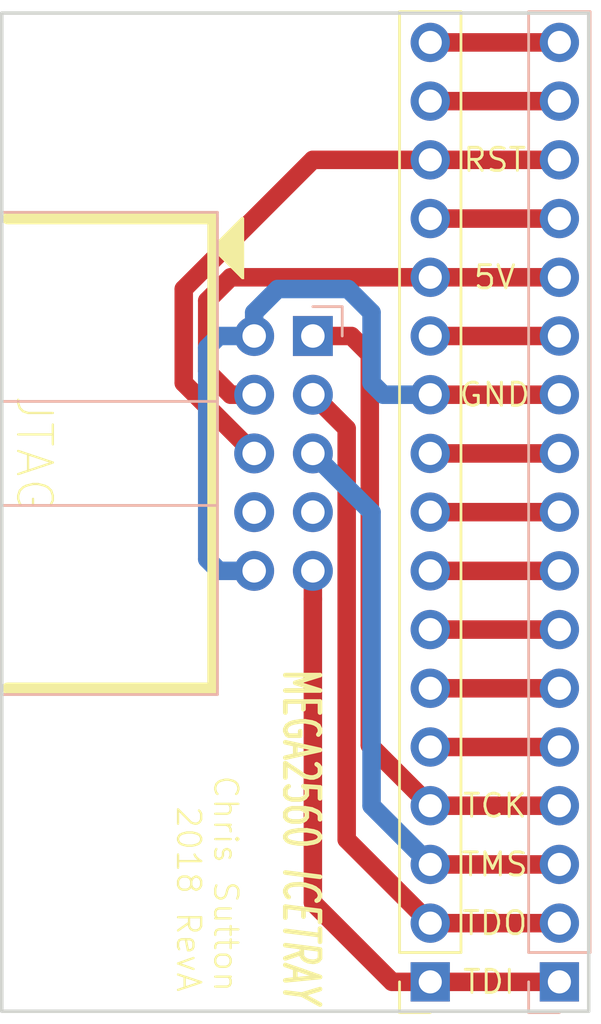
<source format=kicad_pcb>
(kicad_pcb (version 20171130) (host pcbnew "(5.0.0)")

  (general
    (thickness 1.6)
    (drawings 19)
    (tracks 53)
    (zones 0)
    (modules 5)
    (nets 17)
  )

  (page A4)
  (layers
    (0 F.Cu signal)
    (31 B.Cu signal)
    (32 B.Adhes user)
    (33 F.Adhes user)
    (34 B.Paste user)
    (35 F.Paste user)
    (36 B.SilkS user)
    (37 F.SilkS user)
    (38 B.Mask user)
    (39 F.Mask user)
    (40 Dwgs.User user)
    (41 Cmts.User user)
    (42 Eco1.User user)
    (43 Eco2.User user)
    (44 Edge.Cuts user)
    (45 Margin user)
    (46 B.CrtYd user hide)
    (47 F.CrtYd user hide)
    (48 B.Fab user hide)
    (49 F.Fab user hide)
  )

  (setup
    (last_trace_width 0.8)
    (user_trace_width 0.8)
    (user_trace_width 1)
    (trace_clearance 0.2)
    (zone_clearance 0.508)
    (zone_45_only no)
    (trace_min 0.2)
    (segment_width 0.5)
    (edge_width 0.15)
    (via_size 0.8)
    (via_drill 0.4)
    (via_min_size 0.4)
    (via_min_drill 0.3)
    (uvia_size 0.3)
    (uvia_drill 0.1)
    (uvias_allowed no)
    (uvia_min_size 0.2)
    (uvia_min_drill 0.1)
    (pcb_text_width 0.3)
    (pcb_text_size 1.5 1.5)
    (mod_edge_width 0.15)
    (mod_text_size 1 1)
    (mod_text_width 0.15)
    (pad_size 1.524 1.524)
    (pad_drill 0.762)
    (pad_to_mask_clearance 0.2)
    (aux_axis_origin 0 0)
    (visible_elements FFFFFF7F)
    (pcbplotparams
      (layerselection 0x010fc_ffffffff)
      (usegerberextensions false)
      (usegerberattributes false)
      (usegerberadvancedattributes false)
      (creategerberjobfile false)
      (excludeedgelayer true)
      (linewidth 0.100000)
      (plotframeref false)
      (viasonmask false)
      (mode 1)
      (useauxorigin false)
      (hpglpennumber 1)
      (hpglpenspeed 20)
      (hpglpendiameter 15.000000)
      (psnegative false)
      (psa4output false)
      (plotreference true)
      (plotvalue true)
      (plotinvisibletext false)
      (padsonsilk false)
      (subtractmaskfromsilk false)
      (outputformat 1)
      (mirror false)
      (drillshape 1)
      (scaleselection 1)
      (outputdirectory ""))
  )

  (net 0 "")
  (net 1 /A7_TDI_9)
  (net 2 /A6_TDO_3)
  (net 3 /A5_TMS_5)
  (net 4 /A4_TCK_1)
  (net 5 "Net-(J_AUX1-Pad5)")
  (net 6 "Net-(J_AUX1-Pad6)")
  (net 7 "Net-(J_AUX1-Pad7)")
  (net 8 "Net-(J_AUX1-Pad8)")
  (net 9 "Net-(J_AUX1-Pad10)")
  (net 10 /GND)
  (net 11 "Net-(J_AUX1-Pad12)")
  (net 12 /5V)
  (net 13 "Net-(J_AUX1-Pad14)")
  (net 14 /RESET)
  (net 15 "Net-(J_AUX1-Pad16)")
  (net 16 "Net-(J_AUX1-Pad17)")

  (net_class Default "This is the default net class."
    (clearance 0.2)
    (trace_width 0.25)
    (via_dia 0.8)
    (via_drill 0.4)
    (uvia_dia 0.3)
    (uvia_drill 0.1)
    (add_net /5V)
    (add_net /A4_TCK_1)
    (add_net /A5_TMS_5)
    (add_net /A6_TDO_3)
    (add_net /A7_TDI_9)
    (add_net /GND)
    (add_net /RESET)
    (add_net "Net-(J_AUX1-Pad10)")
    (add_net "Net-(J_AUX1-Pad12)")
    (add_net "Net-(J_AUX1-Pad14)")
    (add_net "Net-(J_AUX1-Pad16)")
    (add_net "Net-(J_AUX1-Pad17)")
    (add_net "Net-(J_AUX1-Pad5)")
    (add_net "Net-(J_AUX1-Pad6)")
    (add_net "Net-(J_AUX1-Pad7)")
    (add_net "Net-(J_AUX1-Pad8)")
  )

  (module MountingHole:MountingHole_3.2mm_M3_ISO14580 (layer F.Cu) (tedit 5C01FC79) (tstamp 5C0E3AFF)
    (at 83.82 71.12)
    (descr "Mounting Hole 3.2mm, no annular, M3, ISO14580")
    (tags "mounting hole 3.2mm no annular m3 iso14580")
    (attr virtual)
    (fp_text reference REF** (at 0 -3.75) (layer F.SilkS) hide
      (effects (font (size 1 1) (thickness 0.15)))
    )
    (fp_text value MountingHole_3.2mm_M3_ISO14580 (at 0 3.75) (layer F.Fab)
      (effects (font (size 1 1) (thickness 0.15)))
    )
    (fp_text user %R (at 0.3 0) (layer F.Fab)
      (effects (font (size 1 1) (thickness 0.15)))
    )
    (fp_circle (center 0 0) (end 2.75 0) (layer Cmts.User) (width 0.15))
    (fp_circle (center 0 0) (end 3 0) (layer F.CrtYd) (width 0.05))
    (pad 1 np_thru_hole circle (at 0 0) (size 3.2 3.2) (drill 3.2) (layers *.Cu *.Mask))
  )

  (module Connector_IDC:IDC-Header_2x05_P2.54mm_Horizontal (layer B.Cu) (tedit 5C01CA7F) (tstamp 5C0E0CA3)
    (at 93.98 81.28 180)
    (descr "Through hole angled IDC box header, 2x05, 2.54mm pitch, double rows")
    (tags "Through hole IDC box header THT 2x05 2.54mm double row")
    (path /5C01C1EE)
    (fp_text reference J_JTAG1 (at 6.105 6.35 180) (layer B.SilkS) hide
      (effects (font (size 1 1) (thickness 0.15)) (justify mirror))
    )
    (fp_text value Conn_02x05_Odd_Even (at 6.105 -16.51 180) (layer B.Fab)
      (effects (font (size 1 1) (thickness 0.15)) (justify mirror))
    )
    (fp_text user %R (at 8.805 -5.08 90) (layer B.Fab)
      (effects (font (size 1 1) (thickness 0.15)) (justify mirror))
    )
    (fp_line (start -0.32 0.32) (end -0.32 -0.32) (layer B.Fab) (width 0.1))
    (fp_line (start -0.32 -0.32) (end 4.38 -0.32) (layer B.Fab) (width 0.1))
    (fp_line (start -0.32 -10.48) (end 4.38 -10.48) (layer B.Fab) (width 0.1))
    (fp_line (start -0.32 -2.22) (end -0.32 -2.86) (layer B.Fab) (width 0.1))
    (fp_line (start -0.32 -2.86) (end 4.38 -2.86) (layer B.Fab) (width 0.1))
    (fp_line (start -0.32 -4.76) (end -0.32 -5.4) (layer B.Fab) (width 0.1))
    (fp_line (start -0.32 -5.4) (end 4.38 -5.4) (layer B.Fab) (width 0.1))
    (fp_line (start -0.32 -7.3) (end -0.32 -7.94) (layer B.Fab) (width 0.1))
    (fp_line (start -0.32 -7.94) (end 4.38 -7.94) (layer B.Fab) (width 0.1))
    (fp_line (start -0.32 -9.84) (end -0.32 -10.48) (layer B.Fab) (width 0.1))
    (fp_line (start 13.23 -15.26) (end 13.23 5.1) (layer B.Fab) (width 0.1))
    (fp_line (start 4.38 0.32) (end -0.32 0.32) (layer B.Fab) (width 0.1))
    (fp_line (start 4.38 4.1) (end 5.38 5.1) (layer B.Fab) (width 0.1))
    (fp_line (start 4.38 -15.26) (end 13.23 -15.26) (layer B.Fab) (width 0.1))
    (fp_line (start 4.38 -15.26) (end 4.38 4.1) (layer B.Fab) (width 0.1))
    (fp_line (start 4.38 -2.22) (end -0.32 -2.22) (layer B.Fab) (width 0.1))
    (fp_line (start 4.38 -2.83) (end 13.23 -2.83) (layer B.Fab) (width 0.1))
    (fp_line (start 4.38 -4.76) (end -0.32 -4.76) (layer B.Fab) (width 0.1))
    (fp_line (start 4.38 -7.3) (end -0.32 -7.3) (layer B.Fab) (width 0.1))
    (fp_line (start 4.38 -7.33) (end 13.23 -7.33) (layer B.Fab) (width 0.1))
    (fp_line (start 4.38 -9.84) (end -0.32 -9.84) (layer B.Fab) (width 0.1))
    (fp_line (start 5.38 5.1) (end 13.23 5.1) (layer B.Fab) (width 0.1))
    (fp_line (start -1.27 1.27) (end -1.27 0) (layer B.SilkS) (width 0.12))
    (fp_line (start 0 1.27) (end -1.27 1.27) (layer B.SilkS) (width 0.12))
    (fp_line (start 13.48 5.35) (end 13.48 -15.51) (layer B.SilkS) (width 0.12))
    (fp_line (start 4.13 5.35) (end 13.48 5.35) (layer B.SilkS) (width 0.12))
    (fp_line (start 4.13 -15.51) (end 13.48 -15.51) (layer B.SilkS) (width 0.12))
    (fp_line (start 4.13 -15.51) (end 4.13 5.35) (layer B.SilkS) (width 0.12))
    (fp_line (start 4.13 -2.83) (end 13.48 -2.83) (layer B.SilkS) (width 0.12))
    (fp_line (start 4.13 -7.33) (end 13.48 -7.33) (layer B.SilkS) (width 0.12))
    (fp_line (start -1.12 5.35) (end 13.48 5.35) (layer B.CrtYd) (width 0.05))
    (fp_line (start -1.12 -15.51) (end -1.12 5.35) (layer B.CrtYd) (width 0.05))
    (fp_line (start 13.48 5.35) (end 13.48 -15.51) (layer B.CrtYd) (width 0.05))
    (fp_line (start 13.48 -15.51) (end -1.12 -15.51) (layer B.CrtYd) (width 0.05))
    (pad 1 thru_hole rect (at 0 0 180) (size 1.7272 1.7272) (drill 1.016) (layers *.Cu *.Mask)
      (net 4 /A4_TCK_1))
    (pad 2 thru_hole oval (at 2.54 0 180) (size 1.7272 1.7272) (drill 1.016) (layers *.Cu *.Mask)
      (net 10 /GND))
    (pad 3 thru_hole oval (at 0 -2.54 180) (size 1.7272 1.7272) (drill 1.016) (layers *.Cu *.Mask)
      (net 2 /A6_TDO_3))
    (pad 4 thru_hole oval (at 2.54 -2.54 180) (size 1.7272 1.7272) (drill 1.016) (layers *.Cu *.Mask)
      (net 12 /5V))
    (pad 5 thru_hole oval (at 0 -5.08 180) (size 1.7272 1.7272) (drill 1.016) (layers *.Cu *.Mask)
      (net 3 /A5_TMS_5))
    (pad 6 thru_hole oval (at 2.54 -5.08 180) (size 1.7272 1.7272) (drill 1.016) (layers *.Cu *.Mask)
      (net 14 /RESET))
    (pad 7 thru_hole oval (at 0 -7.62 180) (size 1.7272 1.7272) (drill 1.016) (layers *.Cu *.Mask))
    (pad 8 thru_hole oval (at 2.54 -7.62 180) (size 1.7272 1.7272) (drill 1.016) (layers *.Cu *.Mask))
    (pad 9 thru_hole oval (at 0 -10.16 180) (size 1.7272 1.7272) (drill 1.016) (layers *.Cu *.Mask)
      (net 1 /A7_TDI_9))
    (pad 10 thru_hole oval (at 2.54 -10.16 180) (size 1.7272 1.7272) (drill 1.016) (layers *.Cu *.Mask)
      (net 10 /GND))
    (model ${KISYS3DMOD}/Connector_IDC.3dshapes/IDC-Header_2x05_P2.54mm_Horizontal.wrl
      (at (xyz 0 0 0))
      (scale (xyz 1 1 1))
      (rotate (xyz 0 0 0))
    )
  )

  (module Connector_PinHeader_2.54mm:PinHeader_1x17_P2.54mm_Vertical (layer B.Cu) (tedit 5C01CAC7) (tstamp 5C0E0C72)
    (at 104.648 109.22)
    (descr "Through hole straight pin header, 1x17, 2.54mm pitch, single row")
    (tags "Through hole pin header THT 1x17 2.54mm single row")
    (path /5C01C12E)
    (fp_text reference J_BRD1 (at 0 5.08) (layer B.SilkS) hide
      (effects (font (size 1 1) (thickness 0.15)) (justify mirror))
    )
    (fp_text value Conn_01x17 (at 0 -42.97) (layer B.Fab)
      (effects (font (size 1 1) (thickness 0.15)) (justify mirror))
    )
    (fp_text user %R (at 0 -20.32 -90) (layer B.Fab)
      (effects (font (size 1 1) (thickness 0.15)) (justify mirror))
    )
    (fp_line (start 1.8 1.8) (end -1.8 1.8) (layer B.CrtYd) (width 0.05))
    (fp_line (start 1.8 -42.45) (end 1.8 1.8) (layer B.CrtYd) (width 0.05))
    (fp_line (start -1.8 -42.45) (end 1.8 -42.45) (layer B.CrtYd) (width 0.05))
    (fp_line (start -1.8 1.8) (end -1.8 -42.45) (layer B.CrtYd) (width 0.05))
    (fp_line (start -1.33 1.33) (end 0 1.33) (layer B.SilkS) (width 0.12))
    (fp_line (start -1.33 0) (end -1.33 1.33) (layer B.SilkS) (width 0.12))
    (fp_line (start -1.33 -1.27) (end 1.33 -1.27) (layer B.SilkS) (width 0.12))
    (fp_line (start 1.33 -1.27) (end 1.33 -41.97) (layer B.SilkS) (width 0.12))
    (fp_line (start -1.33 -1.27) (end -1.33 -41.97) (layer B.SilkS) (width 0.12))
    (fp_line (start -1.33 -41.97) (end 1.33 -41.97) (layer B.SilkS) (width 0.12))
    (fp_line (start -1.27 0.635) (end -0.635 1.27) (layer B.Fab) (width 0.1))
    (fp_line (start -1.27 -41.91) (end -1.27 0.635) (layer B.Fab) (width 0.1))
    (fp_line (start 1.27 -41.91) (end -1.27 -41.91) (layer B.Fab) (width 0.1))
    (fp_line (start 1.27 1.27) (end 1.27 -41.91) (layer B.Fab) (width 0.1))
    (fp_line (start -0.635 1.27) (end 1.27 1.27) (layer B.Fab) (width 0.1))
    (pad 17 thru_hole oval (at 0 -40.64) (size 1.7 1.7) (drill 1) (layers *.Cu *.Mask)
      (net 16 "Net-(J_AUX1-Pad17)"))
    (pad 16 thru_hole oval (at 0 -38.1) (size 1.7 1.7) (drill 1) (layers *.Cu *.Mask)
      (net 15 "Net-(J_AUX1-Pad16)"))
    (pad 15 thru_hole oval (at 0 -35.56) (size 1.7 1.7) (drill 1) (layers *.Cu *.Mask)
      (net 14 /RESET))
    (pad 14 thru_hole oval (at 0 -33.02) (size 1.7 1.7) (drill 1) (layers *.Cu *.Mask)
      (net 13 "Net-(J_AUX1-Pad14)"))
    (pad 13 thru_hole oval (at 0 -30.48) (size 1.7 1.7) (drill 1) (layers *.Cu *.Mask)
      (net 12 /5V))
    (pad 12 thru_hole oval (at 0 -27.94) (size 1.7 1.7) (drill 1) (layers *.Cu *.Mask)
      (net 11 "Net-(J_AUX1-Pad12)"))
    (pad 11 thru_hole oval (at 0 -25.4) (size 1.7 1.7) (drill 1) (layers *.Cu *.Mask)
      (net 10 /GND))
    (pad 10 thru_hole oval (at 0 -22.86) (size 1.7 1.7) (drill 1) (layers *.Cu *.Mask)
      (net 9 "Net-(J_AUX1-Pad10)"))
    (pad 9 thru_hole oval (at 0 -20.32) (size 1.7 1.7) (drill 1) (layers *.Cu *.Mask))
    (pad 8 thru_hole oval (at 0 -17.78) (size 1.7 1.7) (drill 1) (layers *.Cu *.Mask)
      (net 8 "Net-(J_AUX1-Pad8)"))
    (pad 7 thru_hole oval (at 0 -15.24) (size 1.7 1.7) (drill 1) (layers *.Cu *.Mask)
      (net 7 "Net-(J_AUX1-Pad7)"))
    (pad 6 thru_hole oval (at 0 -12.7) (size 1.7 1.7) (drill 1) (layers *.Cu *.Mask)
      (net 6 "Net-(J_AUX1-Pad6)"))
    (pad 5 thru_hole oval (at 0 -10.16) (size 1.7 1.7) (drill 1) (layers *.Cu *.Mask)
      (net 5 "Net-(J_AUX1-Pad5)"))
    (pad 4 thru_hole oval (at 0 -7.62) (size 1.7 1.7) (drill 1) (layers *.Cu *.Mask)
      (net 4 /A4_TCK_1))
    (pad 3 thru_hole oval (at 0 -5.08) (size 1.7 1.7) (drill 1) (layers *.Cu *.Mask)
      (net 3 /A5_TMS_5))
    (pad 2 thru_hole oval (at 0 -2.54) (size 1.7 1.7) (drill 1) (layers *.Cu *.Mask)
      (net 2 /A6_TDO_3))
    (pad 1 thru_hole rect (at 0 0) (size 1.7 1.7) (drill 1) (layers *.Cu *.Mask)
      (net 1 /A7_TDI_9))
    (model ${KISYS3DMOD}/Connector_PinHeader_2.54mm.3dshapes/PinHeader_1x17_P2.54mm_Vertical.wrl
      (at (xyz 0 0 0))
      (scale (xyz 1 1 1))
      (rotate (xyz 0 0 0))
    )
  )

  (module Connector_PinSocket_2.54mm:PinSocket_1x17_P2.54mm_Vertical (layer F.Cu) (tedit 5C01CAC3) (tstamp 5C0E0C4D)
    (at 99.06 109.22 180)
    (descr "Through hole straight socket strip, 1x17, 2.54mm pitch, single row (from Kicad 4.0.7), script generated")
    (tags "Through hole socket strip THT 1x17 2.54mm single row")
    (path /5C01C220)
    (fp_text reference J_AUX1 (at -2.54 -5.08 180) (layer F.SilkS) hide
      (effects (font (size 1 1) (thickness 0.15)))
    )
    (fp_text value Conn_01x17 (at 0 43.41 180) (layer F.Fab)
      (effects (font (size 1 1) (thickness 0.15)))
    )
    (fp_line (start -1.27 -1.27) (end 0.635 -1.27) (layer F.Fab) (width 0.1))
    (fp_line (start 0.635 -1.27) (end 1.27 -0.635) (layer F.Fab) (width 0.1))
    (fp_line (start 1.27 -0.635) (end 1.27 41.91) (layer F.Fab) (width 0.1))
    (fp_line (start 1.27 41.91) (end -1.27 41.91) (layer F.Fab) (width 0.1))
    (fp_line (start -1.27 41.91) (end -1.27 -1.27) (layer F.Fab) (width 0.1))
    (fp_line (start -1.33 1.27) (end 1.33 1.27) (layer F.SilkS) (width 0.12))
    (fp_line (start -1.33 1.27) (end -1.33 41.97) (layer F.SilkS) (width 0.12))
    (fp_line (start -1.33 41.97) (end 1.33 41.97) (layer F.SilkS) (width 0.12))
    (fp_line (start 1.33 1.27) (end 1.33 41.97) (layer F.SilkS) (width 0.12))
    (fp_line (start 1.33 -1.33) (end 1.33 0) (layer F.SilkS) (width 0.12))
    (fp_line (start 0 -1.33) (end 1.33 -1.33) (layer F.SilkS) (width 0.12))
    (fp_line (start -1.8 -1.8) (end 1.75 -1.8) (layer F.CrtYd) (width 0.05))
    (fp_line (start 1.75 -1.8) (end 1.75 42.4) (layer F.CrtYd) (width 0.05))
    (fp_line (start 1.75 42.4) (end -1.8 42.4) (layer F.CrtYd) (width 0.05))
    (fp_line (start -1.8 42.4) (end -1.8 -1.8) (layer F.CrtYd) (width 0.05))
    (fp_text user %R (at 0 20.32 270) (layer F.Fab)
      (effects (font (size 1 1) (thickness 0.15)))
    )
    (pad 1 thru_hole rect (at 0 0 180) (size 1.7 1.7) (drill 1) (layers *.Cu *.Mask)
      (net 1 /A7_TDI_9))
    (pad 2 thru_hole oval (at 0 2.54 180) (size 1.7 1.7) (drill 1) (layers *.Cu *.Mask)
      (net 2 /A6_TDO_3))
    (pad 3 thru_hole oval (at 0 5.08 180) (size 1.7 1.7) (drill 1) (layers *.Cu *.Mask)
      (net 3 /A5_TMS_5))
    (pad 4 thru_hole oval (at 0 7.62 180) (size 1.7 1.7) (drill 1) (layers *.Cu *.Mask)
      (net 4 /A4_TCK_1))
    (pad 5 thru_hole oval (at 0 10.16 180) (size 1.7 1.7) (drill 1) (layers *.Cu *.Mask)
      (net 5 "Net-(J_AUX1-Pad5)"))
    (pad 6 thru_hole oval (at 0 12.7 180) (size 1.7 1.7) (drill 1) (layers *.Cu *.Mask)
      (net 6 "Net-(J_AUX1-Pad6)"))
    (pad 7 thru_hole oval (at 0 15.24 180) (size 1.7 1.7) (drill 1) (layers *.Cu *.Mask)
      (net 7 "Net-(J_AUX1-Pad7)"))
    (pad 8 thru_hole oval (at 0 17.78 180) (size 1.7 1.7) (drill 1) (layers *.Cu *.Mask)
      (net 8 "Net-(J_AUX1-Pad8)"))
    (pad 9 thru_hole oval (at 0 20.32 180) (size 1.7 1.7) (drill 1) (layers *.Cu *.Mask))
    (pad 10 thru_hole oval (at 0 22.86 180) (size 1.7 1.7) (drill 1) (layers *.Cu *.Mask)
      (net 9 "Net-(J_AUX1-Pad10)"))
    (pad 11 thru_hole oval (at 0 25.4 180) (size 1.7 1.7) (drill 1) (layers *.Cu *.Mask)
      (net 10 /GND))
    (pad 12 thru_hole oval (at 0 27.94 180) (size 1.7 1.7) (drill 1) (layers *.Cu *.Mask)
      (net 11 "Net-(J_AUX1-Pad12)"))
    (pad 13 thru_hole oval (at 0 30.48 180) (size 1.7 1.7) (drill 1) (layers *.Cu *.Mask)
      (net 12 /5V))
    (pad 14 thru_hole oval (at 0 33.02 180) (size 1.7 1.7) (drill 1) (layers *.Cu *.Mask)
      (net 13 "Net-(J_AUX1-Pad14)"))
    (pad 15 thru_hole oval (at 0 35.56 180) (size 1.7 1.7) (drill 1) (layers *.Cu *.Mask)
      (net 14 /RESET))
    (pad 16 thru_hole oval (at 0 38.1 180) (size 1.7 1.7) (drill 1) (layers *.Cu *.Mask)
      (net 15 "Net-(J_AUX1-Pad16)"))
    (pad 17 thru_hole oval (at 0 40.64 180) (size 1.7 1.7) (drill 1) (layers *.Cu *.Mask)
      (net 16 "Net-(J_AUX1-Pad17)"))
    (model ${KISYS3DMOD}/Connector_PinSocket_2.54mm.3dshapes/PinSocket_1x17_P2.54mm_Vertical.wrl
      (at (xyz 0 0 0))
      (scale (xyz 1 1 1))
      (rotate (xyz 0 0 0))
    )
  )

  (module MountingHole:MountingHole_3.2mm_M3_ISO14580 (layer F.Cu) (tedit 5C01FC7D) (tstamp 5C0E3AD8)
    (at 83.82 106.934)
    (descr "Mounting Hole 3.2mm, no annular, M3, ISO14580")
    (tags "mounting hole 3.2mm no annular m3 iso14580")
    (attr virtual)
    (fp_text reference REF** (at 0 -3.75) (layer F.SilkS) hide
      (effects (font (size 1 1) (thickness 0.15)))
    )
    (fp_text value MountingHole_3.2mm_M3_ISO14580 (at 0 3.75) (layer F.Fab)
      (effects (font (size 1 1) (thickness 0.15)))
    )
    (fp_circle (center 0 0) (end 3 0) (layer F.CrtYd) (width 0.05))
    (fp_circle (center 0 0) (end 2.75 0) (layer Cmts.User) (width 0.15))
    (fp_text user %R (at 0.3 0) (layer F.Fab)
      (effects (font (size 1 1) (thickness 0.15)))
    )
    (pad 1 np_thru_hole circle (at 0 0) (size 3.2 3.2) (drill 3.2) (layers *.Cu *.Mask))
  )

  (gr_text ICETRAY (at 93.472 107.188 270) (layer F.SilkS) (tstamp 5C0E3E9F)
    (effects (font (size 1.5 1) (thickness 0.2) italic))
  )
  (gr_text MEGA2560 (at 93.472 99.568 270) (layer F.SilkS)
    (effects (font (size 1.5 1) (thickness 0.2)))
  )
  (gr_line (start 89.662 76.2) (end 80.772 76.2) (layer F.SilkS) (width 0.5))
  (gr_line (start 89.662 96.52) (end 89.662 76.2) (layer F.SilkS) (width 0.5))
  (gr_line (start 80.772 96.52) (end 89.662 96.52) (layer F.SilkS) (width 0.5))
  (gr_poly (pts (xy 89.662 77.47) (xy 90.932 76.2) (xy 90.932 78.74)) (layer F.SilkS) (width 0.15))
  (gr_text JTAG (at 81.915 86.36 270) (layer F.SilkS)
    (effects (font (size 1.5 1.5) (thickness 0.1)))
  )
  (gr_text "Chris Sutton\n2018 RevA" (at 89.408 109.728 270) (layer F.SilkS)
    (effects (font (size 1 1) (thickness 0.1)) (justify right))
  )
  (gr_line (start 80.518 67.31) (end 80.518 110.49) (layer Edge.Cuts) (width 0.15))
  (gr_line (start 105.918 67.31) (end 80.518 67.31) (layer Edge.Cuts) (width 0.15) (tstamp 5C0E186F))
  (gr_line (start 105.918 110.49) (end 105.918 67.31) (layer Edge.Cuts) (width 0.15))
  (gr_line (start 80.518 110.49) (end 105.918 110.49) (layer Edge.Cuts) (width 0.15))
  (gr_text 5V (at 101.854 78.74) (layer F.SilkS) (tstamp 5C0E129E)
    (effects (font (size 1 1) (thickness 0.125)))
  )
  (gr_text TCK (at 101.854 101.6) (layer F.SilkS) (tstamp 5C0E1289)
    (effects (font (size 1 1) (thickness 0.125)))
  )
  (gr_text TDI (at 101.6 109.22) (layer F.SilkS) (tstamp 5C0E1287)
    (effects (font (size 1 1) (thickness 0.125)))
  )
  (gr_text TDO (at 101.854 106.68) (layer F.SilkS) (tstamp 5C0E1285)
    (effects (font (size 1 1) (thickness 0.125)))
  )
  (gr_text TMS (at 101.854 104.14) (layer F.SilkS) (tstamp 5C0E1283)
    (effects (font (size 1 1) (thickness 0.125)))
  )
  (gr_text RST (at 101.854 73.66) (layer F.SilkS) (tstamp 5C0E1281)
    (effects (font (size 1 1) (thickness 0.125)))
  )
  (gr_text GND (at 101.854 83.82) (layer F.SilkS)
    (effects (font (size 1 1) (thickness 0.125)))
  )

  (segment (start 104.648 88.9) (end 99.06 88.9) (width 0.8) (layer F.Cu) (net 0))
  (segment (start 93.98 92.661314) (end 93.98 91.44) (width 0.8) (layer F.Cu) (net 1))
  (segment (start 93.98 105.79) (end 93.98 92.661314) (width 0.8) (layer F.Cu) (net 1))
  (segment (start 97.41 109.22) (end 93.98 105.79) (width 0.8) (layer F.Cu) (net 1))
  (segment (start 99.06 109.22) (end 97.41 109.22) (width 0.8) (layer F.Cu) (net 1))
  (segment (start 104.648 109.22) (end 99.06 109.22) (width 0.8) (layer F.Cu) (net 1))
  (segment (start 95.443601 85.283601) (end 94.843599 84.683599) (width 0.8) (layer F.Cu) (net 2))
  (segment (start 94.843599 84.683599) (end 93.98 83.82) (width 0.8) (layer F.Cu) (net 2))
  (segment (start 99.06 106.68) (end 95.443601 103.063601) (width 0.8) (layer F.Cu) (net 2))
  (segment (start 95.443601 103.063601) (end 95.443601 85.283601) (width 0.8) (layer F.Cu) (net 2))
  (segment (start 99.06 106.68) (end 104.648 106.68) (width 0.8) (layer F.Cu) (net 2))
  (segment (start 93.98 86.36) (end 96.52 88.9) (width 0.8) (layer B.Cu) (net 3))
  (segment (start 96.52 101.6) (end 99.06 104.14) (width 0.8) (layer B.Cu) (net 3))
  (segment (start 96.52 88.9) (end 96.52 101.6) (width 0.8) (layer B.Cu) (net 3))
  (segment (start 104.648 104.14) (end 99.06 104.14) (width 0.8) (layer F.Cu) (net 3))
  (segment (start 95.6436 81.28) (end 93.98 81.28) (width 0.8) (layer F.Cu) (net 4))
  (segment (start 96.443612 82.080012) (end 95.6436 81.28) (width 0.8) (layer F.Cu) (net 4))
  (segment (start 96.443612 98.983612) (end 96.443612 82.080012) (width 0.8) (layer F.Cu) (net 4))
  (segment (start 99.06 101.6) (end 96.443612 98.983612) (width 0.8) (layer F.Cu) (net 4))
  (segment (start 99.06 101.6) (end 104.648 101.6) (width 0.8) (layer F.Cu) (net 4))
  (segment (start 104.648 99.06) (end 99.06 99.06) (width 0.8) (layer F.Cu) (net 5))
  (segment (start 99.06 96.52) (end 104.648 96.52) (width 0.8) (layer F.Cu) (net 6))
  (segment (start 104.648 93.98) (end 99.06 93.98) (width 0.8) (layer F.Cu) (net 7))
  (segment (start 99.06 91.44) (end 104.648 91.44) (width 0.8) (layer F.Cu) (net 8))
  (segment (start 99.06 86.36) (end 104.648 86.36) (width 0.8) (layer F.Cu) (net 9))
  (segment (start 89.916 91.44) (end 91.44 91.44) (width 0.8) (layer B.Cu) (net 10))
  (segment (start 89.408 90.932) (end 89.916 91.44) (width 0.8) (layer B.Cu) (net 10))
  (segment (start 89.408 81.788) (end 89.408 90.932) (width 0.8) (layer B.Cu) (net 10))
  (segment (start 91.44 81.28) (end 89.916 81.28) (width 0.8) (layer B.Cu) (net 10))
  (segment (start 89.916 81.28) (end 89.408 81.788) (width 0.8) (layer B.Cu) (net 10))
  (segment (start 97.028 83.82) (end 99.06 83.82) (width 0.8) (layer B.Cu) (net 10))
  (segment (start 91.44 80.264) (end 92.456 79.248) (width 0.8) (layer B.Cu) (net 10))
  (segment (start 91.44 81.28) (end 91.44 80.264) (width 0.8) (layer B.Cu) (net 10))
  (segment (start 92.456 79.248) (end 95.504 79.248) (width 0.8) (layer B.Cu) (net 10))
  (segment (start 95.504 79.248) (end 96.52 80.264) (width 0.8) (layer B.Cu) (net 10))
  (segment (start 96.52 80.264) (end 96.52 83.312) (width 0.8) (layer B.Cu) (net 10))
  (segment (start 96.52 83.312) (end 97.028 83.82) (width 0.8) (layer B.Cu) (net 10))
  (segment (start 99.06 83.82) (end 104.648 83.82) (width 0.8) (layer F.Cu) (net 10))
  (segment (start 104.648 81.28) (end 99.06 81.28) (width 0.8) (layer F.Cu) (net 11))
  (segment (start 90.424 78.74) (end 99.06 78.74) (width 0.8) (layer F.Cu) (net 12))
  (segment (start 89.408 79.756) (end 90.424 78.74) (width 0.8) (layer F.Cu) (net 12))
  (segment (start 89.408 82.804) (end 89.408 79.756) (width 0.8) (layer F.Cu) (net 12))
  (segment (start 91.44 83.82) (end 90.424 83.82) (width 0.8) (layer F.Cu) (net 12))
  (segment (start 90.424 83.82) (end 89.408 82.804) (width 0.8) (layer F.Cu) (net 12))
  (segment (start 99.06 78.74) (end 104.648 78.74) (width 0.8) (layer F.Cu) (net 12))
  (segment (start 104.648 76.2) (end 99.06 76.2) (width 0.8) (layer F.Cu) (net 13))
  (segment (start 91.44 86.36) (end 88.392 83.312) (width 0.8) (layer F.Cu) (net 14))
  (segment (start 88.392 83.312) (end 88.392 79.248) (width 0.8) (layer F.Cu) (net 14))
  (segment (start 93.98 73.66) (end 99.06 73.66) (width 0.8) (layer F.Cu) (net 14))
  (segment (start 88.392 79.248) (end 93.98 73.66) (width 0.8) (layer F.Cu) (net 14))
  (segment (start 99.06 73.66) (end 104.648 73.66) (width 0.8) (layer F.Cu) (net 14))
  (segment (start 104.648 71.12) (end 99.06 71.12) (width 0.8) (layer F.Cu) (net 15))
  (segment (start 99.06 68.58) (end 104.648 68.58) (width 0.8) (layer F.Cu) (net 16))

)

</source>
